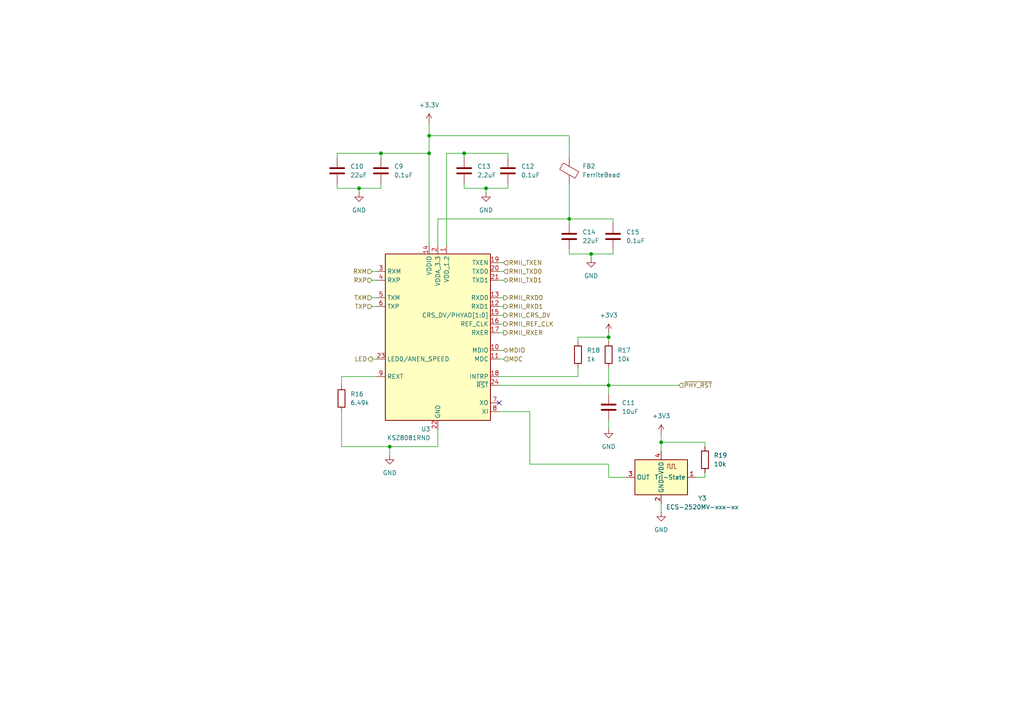
<source format=kicad_sch>
(kicad_sch (version 20250114) (generator "eeschema") (generator_version "9.0")
  (paper "A4")
  (title_block (title "iot-contact"))
  (lib_symbols
    (symbol "Device:C" (pin_numbers (hide yes)) (pin_names (offset 0.254))
      (property "Reference" "C" (at 0.635 2.54 0))
      (property "Value" "C" (at 0.635 -2.54 0))
      (symbol "C_0_1"
        (polyline (pts (xy -2.032 0.762) (xy 2.032 0.762)) (stroke (width 0.508)))
        (polyline (pts (xy -2.032 -0.762) (xy 2.032 -0.762)) (stroke (width 0.508)))
      )
      (symbol "C_1_1"
        (pin passive line (at 0 3.81 270) (length 2.794) (name "~") (number "1"))
        (pin passive line (at 0 -3.81 90) (length 2.794) (name "~") (number "2"))
      )
    )
    (symbol "Device:FerriteBead" (pin_numbers (hide yes)) (pin_names (offset 0))
      (property "Reference" "FB" (at -3.81 0.635 90))
      (property "Value" "FerriteBead" (at 3.81 0 90))
      (symbol "FerriteBead_0_1"
        (polyline (pts (xy -2.7686 0.4064) (xy -1.7018 2.2606) (xy 2.7686 -0.3048) (xy 1.6764 -2.159) (xy -2.7686 0.4064)))
        (polyline (pts (xy 0 1.27) (xy 0 1.2954)))
        (polyline (pts (xy 0 -1.27) (xy 0 -1.2192)))
      )
      (symbol "FerriteBead_1_1"
        (pin passive line (at 0 3.81 270) (length 2.54) (name "~") (number "1"))
        (pin passive line (at 0 -3.81 90) (length 2.54) (name "~") (number "2"))
      )
    )
    (symbol "Device:R" (pin_numbers (hide yes)) (pin_names (offset 0))
      (property "Reference" "R" (at 2.032 0 90))
      (property "Value" "R" (at 0 0 90))
      (symbol "R_0_1"
        (rectangle (start -1.016 -2.54) (end 1.016 2.54) (stroke (width 0.254)))
      )
      (symbol "R_1_1"
        (pin passive line (at 0 3.81 270) (length 1.27) (name "~") (number "1"))
        (pin passive line (at 0 -3.81 90) (length 1.27) (name "~") (number "2"))
      )
    )
    (symbol "Interface_Ethernet:KSZ8081RND"
      (property "Reference" "U" (at -15.24 26.035 0))
      (property "Value" "KSZ8081RND" (at 3.81 26.035 0))
      (symbol "KSZ8081RND_0_1"
        (rectangle (start -15.24 25.4) (end 15.24 -22.86) (stroke (width 0.254)) (fill (type background)))
      )
      (symbol "KSZ8081RND_1_1"
        (pin input line (at -17.78 22.86 0) (length 2.54) (name "TXEN") (number "19"))
        (pin input line (at -17.78 20.32 0) (length 2.54) (name "TXD0") (number "20"))
        (pin bidirectional line (at -17.78 17.78 0) (length 2.54) (name "TXD1") (number "21"))
        (pin output line (at -17.78 12.7 0) (length 2.54) (name "RXD0") (number "13"))
        (pin output line (at -17.78 10.16 0) (length 2.54) (name "RXD1") (number "12"))
        (pin output line (at -17.78 7.62 0) (length 2.54) (name "CRS_DV/PHYAD[1:0]") (number "15"))
        (pin output line (at -17.78 5.08 0) (length 2.54) (name "REF_CLK") (number "16"))
        (pin output line (at -17.78 2.54 0) (length 2.54) (name "RXER") (number "17"))
        (pin bidirectional line (at -17.78 -2.54 0) (length 2.54) (name "MDIO") (number "10"))
        (pin input line (at -17.78 -5.08 0) (length 2.54) (name "MDC") (number "11"))
        (pin bidirectional line (at -17.78 -10.16 0) (length 2.54) (name "INTRP") (number "18"))
        (pin input line (at -17.78 -12.7 0) (length 2.54) (name "~{RST}") (number "24"))
        (pin output line (at -17.78 -17.78 0) (length 2.54) (name "XO") (number "7"))
        (pin input line (at -17.78 -20.32 0) (length 2.54) (name "XI") (number "8"))
        (pin power_out line (at -2.54 27.94 270) (length 2.54) (name "VDD_1.2") (number "1"))
        (pin power_in line (at 0 27.94 270) (length 2.54) (name "VDDA_3.3") (number "2"))
        (pin power_in line (at 0 -25.4 90) (length 2.54) (name "GND") (number "22"))
        (pin passive line (at 0 -25.4 90) (length 2.54) (hide yes) (name "GND") (number "25"))
        (pin power_in line (at 2.54 27.94 270) (length 2.54) (name "VDDIO") (number "14"))
        (pin bidirectional line (at 17.78 20.32 180) (length 2.54) (name "RXM") (number "3"))
        (pin bidirectional line (at 17.78 17.78 180) (length 2.54) (name "RXP") (number "4"))
        (pin bidirectional line (at 17.78 12.7 180) (length 2.54) (name "TXM") (number "5"))
        (pin bidirectional line (at 17.78 10.16 180) (length 2.54) (name "TXP") (number "6"))
        (pin output line (at 17.78 -5.08 180) (length 2.54) (name "LED0/ANEN_SPEED") (number "23"))
        (pin passive line (at 17.78 -10.16 180) (length 2.54) (name "REXT") (number "9"))
      )
    )
    (symbol "Oscillator:ECS-2520MV-xxx-xx"
      (property "Reference" "Y" (at -5.08 6.35 0))
      (property "Value" "ECS-2520MV-xxx-xx" (at 1.27 -6.35 0))
      (symbol "ECS-2520MV-xxx-xx_0_1"
        (rectangle (start -7.62 5.08) (end 7.62 -5.08) (stroke (width 0.254)) (fill (type background)))
        (polyline (pts (xy -4.445 2.54) (xy -3.81 2.54) (xy -3.81 3.81) (xy -3.175 3.81) (xy -3.175 2.54) (xy -2.54 2.54) (xy -2.54 3.81) (xy -1.905 3.81) (xy -1.905 2.54)))
      )
      (symbol "ECS-2520MV-xxx-xx_1_1"
        (pin input line (at -10.16 0 0) (length 2.54) (name "Tri-State") (number "1"))
        (pin power_in line (at 0 7.62 270) (length 2.54) (name "VDD") (number "4"))
        (pin power_in line (at 0 -7.62 90) (length 2.54) (name "GND") (number "2"))
        (pin output line (at 10.16 0 180) (length 2.54) (name "OUT") (number "3"))
      )
    )
    (symbol "power:+3.3V" (power) (pin_numbers (hide yes)) (pin_names (offset 0) (hide yes))
      (property "Value" "+3.3V" (at 0 3.556 0))
      (symbol "+3.3V_0_1"
        (polyline (pts (xy -0.762 1.27) (xy 0 2.54)))
        (polyline (pts (xy 0 2.54) (xy 0.762 1.27)))
        (polyline (pts (xy 0 0) (xy 0 2.54)))
      )
      (symbol "+3.3V_1_1"
        (pin power_in line (at 0 0 90) (length 0) (name "~") (number "1"))
      )
    )
    (symbol "power:+3V3" (power) (pin_numbers (hide yes)) (pin_names (offset 0) (hide yes))
      (property "Value" "+3V3" (at 0 3.556 0))
      (symbol "+3V3_0_1"
        (polyline (pts (xy -0.762 1.27) (xy 0 2.54)))
        (polyline (pts (xy 0 2.54) (xy 0.762 1.27)))
        (polyline (pts (xy 0 0) (xy 0 2.54)))
      )
      (symbol "+3V3_1_1"
        (pin power_in line (at 0 0 90) (length 0) (name "~") (number "1"))
      )
    )
    (symbol "power:GND" (power) (pin_numbers (hide yes)) (pin_names (offset 0) (hide yes))
      (property "Value" "GND" (at 0 -3.81 0))
      (symbol "GND_0_1"
        (polyline (pts (xy 0 0) (xy 0 -1.27) (xy 1.27 -1.27) (xy 0 -2.54) (xy -1.27 -1.27) (xy 0 -1.27)))
      )
      (symbol "GND_1_1"
        (pin power_in line (at 0 0 270) (length 0) (name "~") (number "1"))
      )
    )
  )
  (junction (at 165.1 63.5))
  (junction (at 104.14 54.61))
  (junction (at 110.49 44.45))
  (junction (at 134.62 44.45))
  (junction (at 171.45 73.66))
  (junction (at 176.53 97.79))
  (junction (at 124.46 44.45))
  (junction (at 176.53 111.76))
  (junction (at 124.46 39.37))
  (junction (at 140.97 54.61))
  (junction (at 113.03 129.54))
  (junction (at 191.77 128.27))
  (no_connect (at 144.78 116.84))
  (wire (pts (xy 127 129.54) (xy 127 124.46)))
  (wire (pts (xy 107.95 81.28) (xy 109.22 81.28)))
  (wire (pts (xy 104.14 54.61) (xy 104.14 55.88)))
  (wire (pts (xy 201.93 138.43) (xy 204.47 138.43)))
  (wire (pts (xy 134.62 44.45) (xy 134.62 45.72)))
  (wire (pts (xy 167.64 99.06) (xy 167.64 97.79)))
  (wire (pts (xy 144.78 76.2) (xy 146.05 76.2)))
  (wire (pts (xy 204.47 128.27) (xy 191.77 128.27)))
  (wire (pts (xy 144.78 101.6) (xy 146.05 101.6)))
  (wire (pts (xy 99.06 119.38) (xy 99.06 129.54)))
  (wire (pts (xy 144.78 81.28) (xy 146.05 81.28)))
  (wire (pts (xy 176.53 106.68) (xy 176.53 111.76)))
  (wire (pts (xy 177.8 63.5) (xy 177.8 64.77)))
  (wire (pts (xy 124.46 44.45) (xy 124.46 71.12)))
  (wire (pts (xy 191.77 125.73) (xy 191.77 128.27)))
  (wire (pts (xy 176.53 134.62) (xy 153.67 134.62)))
  (wire (pts (xy 144.78 88.9) (xy 146.05 88.9)))
  (wire (pts (xy 181.61 138.43) (xy 176.53 138.43)))
  (wire (pts (xy 204.47 128.27) (xy 204.47 129.54)))
  (wire (pts (xy 110.49 53.34) (xy 110.49 54.61)))
  (wire (pts (xy 97.79 53.34) (xy 97.79 54.61)))
  (wire (pts (xy 165.1 39.37) (xy 124.46 39.37)))
  (wire (pts (xy 99.06 109.22) (xy 109.22 109.22)))
  (wire (pts (xy 134.62 53.34) (xy 134.62 54.61)))
  (wire (pts (xy 176.53 111.76) (xy 176.53 114.3)))
  (wire (pts (xy 144.78 78.74) (xy 146.05 78.74)))
  (wire (pts (xy 127 63.5) (xy 165.1 63.5)))
  (wire (pts (xy 107.95 88.9) (xy 109.22 88.9)))
  (wire (pts (xy 97.79 54.61) (xy 104.14 54.61)))
  (wire (pts (xy 165.1 63.5) (xy 177.8 63.5)))
  (wire (pts (xy 97.79 44.45) (xy 110.49 44.45)))
  (wire (pts (xy 171.45 73.66) (xy 171.45 74.93)))
  (wire (pts (xy 129.54 71.12) (xy 129.54 44.45)))
  (wire (pts (xy 124.46 35.56) (xy 124.46 39.37)))
  (wire (pts (xy 191.77 146.05) (xy 191.77 148.59)))
  (wire (pts (xy 144.78 111.76) (xy 176.53 111.76)))
  (wire (pts (xy 165.1 45.72) (xy 165.1 39.37)))
  (wire (pts (xy 147.32 53.34) (xy 147.32 54.61)))
  (wire (pts (xy 176.53 111.76) (xy 196.85 111.76)))
  (wire (pts (xy 165.1 64.77) (xy 165.1 63.5)))
  (wire (pts (xy 144.78 86.36) (xy 146.05 86.36)))
  (wire (pts (xy 134.62 44.45) (xy 147.32 44.45)))
  (wire (pts (xy 144.78 91.44) (xy 146.05 91.44)))
  (wire (pts (xy 165.1 72.39) (xy 165.1 73.66)))
  (wire (pts (xy 110.49 54.61) (xy 104.14 54.61)))
  (wire (pts (xy 144.78 104.14) (xy 146.05 104.14)))
  (wire (pts (xy 153.67 134.62) (xy 153.67 119.38)))
  (wire (pts (xy 99.06 111.76) (xy 99.06 109.22)))
  (wire (pts (xy 165.1 53.34) (xy 165.1 63.5)))
  (wire (pts (xy 113.03 129.54) (xy 113.03 132.08)))
  (wire (pts (xy 134.62 54.61) (xy 140.97 54.61)))
  (wire (pts (xy 124.46 39.37) (xy 124.46 44.45)))
  (wire (pts (xy 153.67 119.38) (xy 144.78 119.38)))
  (wire (pts (xy 191.77 128.27) (xy 191.77 130.81)))
  (wire (pts (xy 176.53 121.92) (xy 176.53 124.46)))
  (wire (pts (xy 167.64 109.22) (xy 167.64 106.68)))
  (wire (pts (xy 176.53 138.43) (xy 176.53 134.62)))
  (wire (pts (xy 129.54 44.45) (xy 134.62 44.45)))
  (wire (pts (xy 127 71.12) (xy 127 63.5)))
  (wire (pts (xy 147.32 44.45) (xy 147.32 45.72)))
  (wire (pts (xy 177.8 73.66) (xy 171.45 73.66)))
  (wire (pts (xy 110.49 44.45) (xy 124.46 44.45)))
  (wire (pts (xy 144.78 96.52) (xy 146.05 96.52)))
  (wire (pts (xy 140.97 54.61) (xy 140.97 55.88)))
  (wire (pts (xy 110.49 44.45) (xy 110.49 45.72)))
  (wire (pts (xy 176.53 96.52) (xy 176.53 97.79)))
  (wire (pts (xy 113.03 129.54) (xy 127 129.54)))
  (wire (pts (xy 167.64 97.79) (xy 176.53 97.79)))
  (wire (pts (xy 97.79 45.72) (xy 97.79 44.45)))
  (wire (pts (xy 107.95 78.74) (xy 109.22 78.74)))
  (wire (pts (xy 204.47 138.43) (xy 204.47 137.16)))
  (wire (pts (xy 177.8 72.39) (xy 177.8 73.66)))
  (wire (pts (xy 107.95 104.14) (xy 109.22 104.14)))
  (wire (pts (xy 99.06 129.54) (xy 113.03 129.54)))
  (wire (pts (xy 147.32 54.61) (xy 140.97 54.61)))
  (wire (pts (xy 107.95 86.36) (xy 109.22 86.36)))
  (wire (pts (xy 144.78 109.22) (xy 167.64 109.22)))
  (wire (pts (xy 144.78 93.98) (xy 146.05 93.98)))
  (wire (pts (xy 176.53 97.79) (xy 176.53 99.06)))
  (wire (pts (xy 165.1 73.66) (xy 171.45 73.66)))
  (hierarchical_label "RMII_REF_CLK" (shape output) (at 146.05 93.98 0))
  (hierarchical_label "~{PHY_RST}" (shape input) (at 196.85 111.76 0))
  (hierarchical_label "RMII_TXEN" (shape input) (at 146.05 76.2 0))
  (hierarchical_label "MDC" (shape input) (at 146.05 104.14 0))
  (hierarchical_label "RMII_RXER" (shape output) (at 146.05 96.52 0))
  (hierarchical_label "RMII_TXD0" (shape input) (at 146.05 78.74 0))
  (hierarchical_label "TXP" (shape input) (at 107.95 88.9 180))
  (hierarchical_label "MDIO" (shape bidirectional) (at 146.05 101.6 0))
  (hierarchical_label "RMII_TXD1" (shape bidirectional) (at 146.05 81.28 0))
  (hierarchical_label "RXP" (shape input) (at 107.95 81.28 180))
  (hierarchical_label "TXM" (shape input) (at 107.95 86.36 180))
  (hierarchical_label "RMII_CRS_DV" (shape output) (at 146.05 91.44 0))
  (hierarchical_label "RMII_RXD1" (shape output) (at 146.05 88.9 0))
  (hierarchical_label "RMII_RXD0" (shape output) (at 146.05 86.36 0))
  (hierarchical_label "RXM" (shape input) (at 107.95 78.74 180))
  (hierarchical_label "LED" (shape output) (at 107.95 104.14 180))
  (symbol (lib_id "Device:C") (at 177.8 68.58 0) (unit 1)
    (property "Reference" "C15" (at 181.61 67.3099 0) (effects (justify left)))
    (property "Value" "0.1uF" (at 181.61 69.8499 0) (effects (justify left)))
    (property "Description" "Unpolarized capacitor" (effects (hide yes)))
  )
  (symbol (lib_id "Oscillator:ECS-2520MV-xxx-xx") (at 191.77 138.43 0) (mirror y) (unit 1)
    (property "Reference" "Y3" (at 203.708 144.526 0))
    (property "Value" "ECS-2520MV-xxx-xx" (at 203.708 147.066 0))
    (property "Footprint" "Oscillator:Oscillator_SMD_ECS_2520MV-xxx-xx-4Pin_2.5x2.0mm" (effects (hide yes)))
    (property "Datasheet" "https://www.ecsxtal.com/store/pdf/ECS-2520MV.pdf" (effects (hide yes)))
    (property "Description" "HCMOS Crystal Clock Oscillator, 2.5x2.0 mm SMD" (effects (hide yes)))
    (property "MPN" "ECS-2520MV-500-BN-TR" (effects (hide yes)))
    (property "Manufacturer" "ECS Inc." (effects (hide yes)))
  )
  (symbol (lib_id "Device:C") (at 134.62 49.53 0) (unit 1)
    (property "Reference" "C13" (at 138.43 48.2599 0) (effects (justify left)))
    (property "Value" "2.2uF" (at 138.43 50.7999 0) (effects (justify left)))
    (property "Description" "Unpolarized capacitor" (effects (hide yes)))
  )
  (symbol (lib_id "Device:R") (at 167.64 102.87 0) (unit 1)
    (property "Reference" "R18" (at 170.18 101.5999 0) (effects (justify left)))
    (property "Value" "1k" (at 170.18 104.1399 0) (effects (justify left)))
    (property "Description" "Resistor" (effects (hide yes)))
  )
  (symbol (lib_id "power:GND") (at 140.97 55.88 0) (unit 1)
    (property "Reference" "#PWR025" (effects (hide yes)))
    (property "Value" "GND" (at 140.97 60.96 0))
    (property "Description" "Power symbol creates a global label with name \"GND\" , ground" (effects (hide yes)))
  )
  (symbol (lib_id "power:GND") (at 113.03 132.08 0) (unit 1)
    (property "Reference" "#PWR020" (effects (hide yes)))
    (property "Value" "GND" (at 113.03 137.16 0))
    (property "Description" "Power symbol creates a global label with name \"GND\" , ground" (effects (hide yes)))
  )
  (symbol (lib_id "power:+3V3") (at 176.53 96.52 0) (unit 1)
    (property "Reference" "#PWR021" (effects (hide yes)))
    (property "Value" "+3V3" (at 176.53 91.44 0))
    (property "Description" "Power symbol creates a global label with name \"+3V3\"" (effects (hide yes)))
  )
  (symbol (lib_id "Device:R") (at 204.47 133.35 0) (unit 1)
    (property "Reference" "R19" (at 207.01 132.0799 0) (effects (justify left)))
    (property "Value" "10k" (at 207.01 134.6199 0) (effects (justify left)))
    (property "Description" "Resistor" (effects (hide yes)))
  )
  (symbol (lib_id "Device:C") (at 176.53 118.11 0) (unit 1)
    (property "Reference" "C11" (at 180.34 116.8399 0) (effects (justify left)))
    (property "Value" "10uF" (at 180.34 119.3799 0) (effects (justify left)))
    (property "Description" "Unpolarized capacitor" (effects (hide yes)))
  )
  (symbol (lib_id "Device:R") (at 99.06 115.57 0) (unit 1)
    (property "Reference" "R16" (at 101.6 114.2999 0) (effects (justify left)))
    (property "Value" "6.49k" (at 101.6 116.8399 0) (effects (justify left)))
    (property "Description" "Resistor" (effects (hide yes)))
  )
  (symbol (lib_id "Device:FerriteBead") (at 165.1 49.53 0) (unit 1)
    (property "Reference" "FB2" (at 168.91 48.2091 0) (effects (justify left)))
    (property "Value" "FerriteBead" (at 168.91 50.7491 0) (effects (justify left)))
    (property "Description" "Ferrite bead" (effects (hide yes)))
  )
  (symbol (lib_id "Interface_Ethernet:KSZ8081RND") (at 127 99.06 0) (mirror y) (unit 1)
    (property "Reference" "U3" (at 124.8567 124.46 0) (effects (justify left)))
    (property "Value" "KSZ8081RND" (at 124.8567 127 0) (effects (justify left)))
    (property "Footprint" "Package_DFN_QFN:QFN-24-1EP_4x4mm_P0.5mm_EP2.6x2.6mm" (effects (hide yes)))
    (property "Datasheet" "http://ww1.microchip.com/downloads/en/DeviceDoc/00002199A.pdf" (effects (hide yes)))
    (property "Description" "10BASE-T/100BASE-TX PHY with RMII Support, 50 MHz input clock, QFN-24" (effects (hide yes)))
  )
  (symbol (lib_id "power:GND") (at 171.45 74.93 0) (unit 1)
    (property "Reference" "#PWR026" (effects (hide yes)))
    (property "Value" "GND" (at 171.45 80.01 0))
    (property "Description" "Power symbol creates a global label with name \"GND\" , ground" (effects (hide yes)))
  )
  (symbol (lib_id "Device:C") (at 165.1 68.58 0) (unit 1)
    (property "Reference" "C14" (at 168.91 67.3099 0) (effects (justify left)))
    (property "Value" "22uF" (at 168.91 69.8499 0) (effects (justify left)))
    (property "Description" "Unpolarized capacitor" (effects (hide yes)))
  )
  (symbol (lib_id "power:GND") (at 176.53 124.46 0) (unit 1)
    (property "Reference" "#PWR022" (effects (hide yes)))
    (property "Value" "GND" (at 176.53 129.54 0))
    (property "Description" "Power symbol creates a global label with name \"GND\" , ground" (effects (hide yes)))
  )
  (symbol (lib_id "power:+3.3V") (at 124.46 35.56 0) (unit 1)
    (property "Reference" "#PWR07" (effects (hide yes)))
    (property "Value" "+3.3V" (at 124.46 30.48 0))
    (property "Description" "Power symbol creates a global label with name \"+3.3V\"" (effects (hide yes)))
  )
  (symbol (lib_id "Device:R") (at 176.53 102.87 0) (unit 1)
    (property "Reference" "R17" (at 179.07 101.5999 0) (effects (justify left)))
    (property "Value" "10k" (at 179.07 104.1399 0) (effects (justify left)))
    (property "Description" "Resistor" (effects (hide yes)))
  )
  (symbol (lib_id "Device:C") (at 110.49 49.53 0) (unit 1)
    (property "Reference" "C9" (at 114.3 48.2599 0) (effects (justify left)))
    (property "Value" "0.1uF" (at 114.3 50.7999 0) (effects (justify left)))
    (property "Description" "Unpolarized capacitor" (effects (hide yes)))
  )
  (symbol (lib_id "Device:C") (at 97.79 49.53 0) (unit 1)
    (property "Reference" "C10" (at 101.6 48.2599 0) (effects (justify left)))
    (property "Value" "22uF" (at 101.6 50.7999 0) (effects (justify left)))
    (property "Description" "Unpolarized capacitor" (effects (hide yes)))
  )
  (symbol (lib_id "power:GND") (at 104.14 55.88 0) (unit 1)
    (property "Reference" "#PWR019" (effects (hide yes)))
    (property "Value" "GND" (at 104.14 60.96 0))
    (property "Description" "Power symbol creates a global label with name \"GND\" , ground" (effects (hide yes)))
  )
  (symbol (lib_id "Device:C") (at 147.32 49.53 0) (unit 1)
    (property "Reference" "C12" (at 151.13 48.2599 0) (effects (justify left)))
    (property "Value" "0.1uF" (at 151.13 50.7999 0) (effects (justify left)))
    (property "Description" "Unpolarized capacitor" (effects (hide yes)))
  )
  (symbol (lib_id "power:+3V3") (at 191.77 125.73 0) (unit 1)
    (property "Reference" "#PWR024" (effects (hide yes)))
    (property "Value" "+3V3" (at 191.77 120.65 0))
    (property "Description" "Power symbol creates a global label with name \"+3V3\"" (effects (hide yes)))
  )
  (symbol (lib_id "power:GND") (at 191.77 148.59 0) (unit 1)
    (property "Reference" "#PWR023" (effects (hide yes)))
    (property "Value" "GND" (at 191.77 153.67 0))
    (property "Description" "Power symbol creates a global label with name \"GND\" , ground" (effects (hide yes)))
  )
)
</source>
